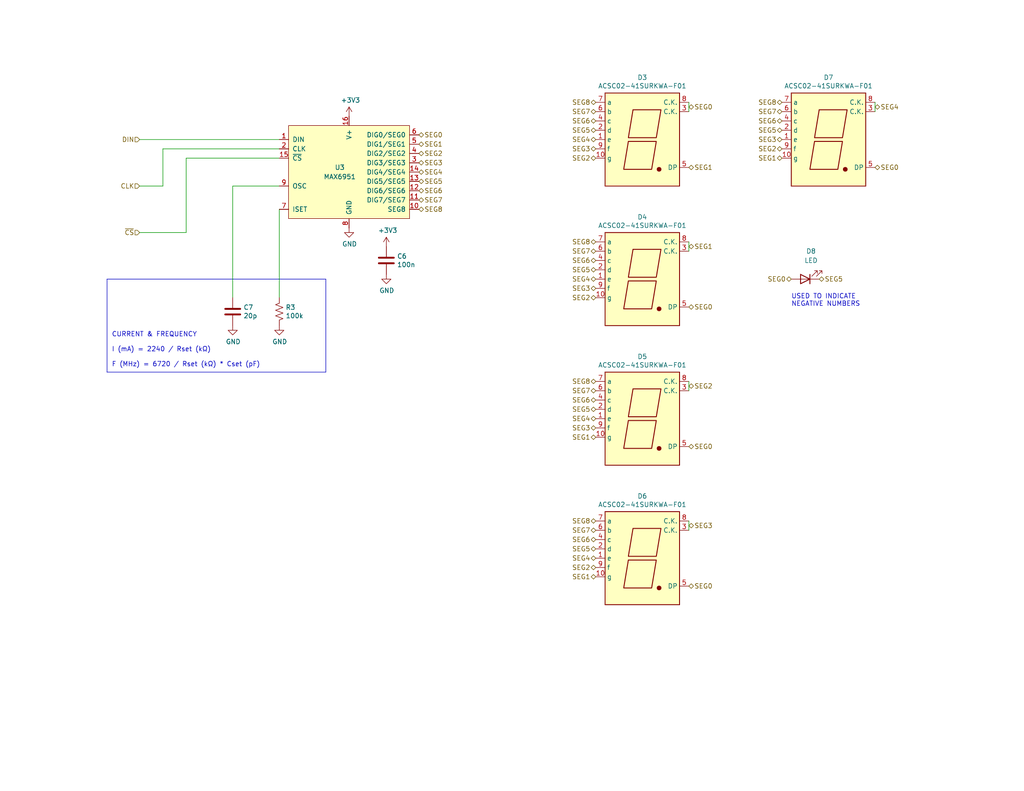
<source format=kicad_sch>
(kicad_sch (version 20231120) (generator "eeschema") (generator_version "8.0")
  (paper "USLetter")
  (title_block (title "MQTT Thermocouple") (date "2021-07-06") (rev "A") (company "University of Wisconsin-Madison") (comment 1 "Department of Chemistry") (comment 2 "Instrument Shop") (comment 3 "Blaise Thompson") (comment 4 "blaise.thompson@wisc.edu"))
  (lib_symbols
    (symbol "ACSC02-41SURKWA-F01:ACSC02-41SURKWA-F01"
      (property "Reference" "D" (at -7.874 13.97 0))
      (property "Value" "ACSC02-41SURKWA-F01" (at 4.064 13.97 0))
      (symbol "ACSC02-41SURKWA-F01_0_1"
        (rectangle (start -10.16 12.7) (end 10.16 -12.7) (stroke (width 0.254)) (fill (type background)))
        (polyline (pts (xy -3.81 -0.508) (xy 3.81 -0.508) (xy 2.54 -8.128) (xy -5.08 -8.128) (xy -3.81 -0.508) (xy -3.81 -0.508)) (stroke (width 0.254)))
        (polyline (pts (xy -2.54 8.128) (xy 5.08 8.128) (xy 3.81 0.508) (xy -3.81 0.508) (xy -2.54 8.128) (xy -2.54 8.128)) (stroke (width 0.254)))
        (circle (center 4.572 -8.128) (radius 0.508) (stroke (width 0.254)) (fill (type outline)))
      )
      (symbol "ACSC02-41SURKWA-F01_1_1"
        (pin passive line (at -12.7 0 0) (length 2.54) (name "e") (number "1"))
        (pin passive line (at -12.7 -5.08 0) (length 2.54) (name "g") (number "10"))
        (pin passive line (at -12.7 2.54 0) (length 2.54) (name "d") (number "2"))
        (pin passive line (at 12.7 7.62 180) (length 2.54) (name "C.K.") (number "3"))
        (pin passive line (at -12.7 5.08 0) (length 2.54) (name "c") (number "4"))
        (pin passive line (at 12.7 -7.62 180) (length 2.54) (name "DP") (number "5"))
        (pin passive line (at -12.7 7.62 0) (length 2.54) (name "b") (number "6"))
        (pin passive line (at -12.7 10.16 0) (length 2.54) (name "a") (number "7"))
        (pin passive line (at 12.7 10.16 180) (length 2.54) (name "C.K.") (number "8"))
        (pin passive line (at -12.7 -2.54 0) (length 2.54) (name "f") (number "9"))
      )
    )
    (symbol "Device:C" (pin_numbers hide) (pin_names (offset 0.254))
      (property "Reference" "C" (at 0.635 2.54 0))
      (property "Value" "C" (at 0.635 -2.54 0))
      (symbol "C_0_1"
        (polyline (pts (xy -2.032 -0.762) (xy 2.032 -0.762)) (stroke (width 0.508)))
        (polyline (pts (xy -2.032 0.762) (xy 2.032 0.762)) (stroke (width 0.508)))
      )
      (symbol "C_1_1"
        (pin passive line (at 0 3.81 270) (length 2.794) (name "~") (number "1"))
        (pin passive line (at 0 -3.81 90) (length 2.794) (name "~") (number "2"))
      )
    )
    (symbol "Device:LED" (pin_numbers hide) (pin_names (offset 1.016) hide)
      (property "Reference" "D" (at 0 2.54 0))
      (property "Value" "LED" (at 0 -2.54 0))
      (symbol "LED_0_1"
        (polyline (pts (xy -1.27 -1.27) (xy -1.27 1.27)) (stroke (width 0.254)))
        (polyline (pts (xy -1.27 0) (xy 1.27 0)))
        (polyline (pts (xy 1.27 -1.27) (xy 1.27 1.27) (xy -1.27 0) (xy 1.27 -1.27)) (stroke (width 0.254)))
        (polyline (pts (xy -3.048 -0.762) (xy -4.572 -2.286) (xy -3.81 -2.286) (xy -4.572 -2.286) (xy -4.572 -1.524)))
        (polyline (pts (xy -1.778 -0.762) (xy -3.302 -2.286) (xy -2.54 -2.286) (xy -3.302 -2.286) (xy -3.302 -1.524)))
      )
      (symbol "LED_1_1"
        (pin passive line (at -3.81 0 0) (length 2.54) (name "K") (number "1"))
        (pin passive line (at 3.81 0 180) (length 2.54) (name "A") (number "2"))
      )
    )
    (symbol "Device:R_US" (pin_numbers hide) (pin_names (offset 0))
      (property "Reference" "R" (at 2.54 0 90))
      (property "Value" "R_US" (at -2.54 0 90))
      (symbol "R_US_0_1"
        (polyline (pts (xy 0 -2.286) (xy 0 -2.54)))
        (polyline (pts (xy 0 2.286) (xy 0 2.54)))
        (polyline (pts (xy 0 -0.762) (xy 1.016 -1.143) (xy 0 -1.524) (xy -1.016 -1.905) (xy 0 -2.286)))
        (polyline (pts (xy 0 0.762) (xy 1.016 0.381) (xy 0 0) (xy -1.016 -0.381) (xy 0 -0.762)))
        (polyline (pts (xy 0 2.286) (xy 1.016 1.905) (xy 0 1.524) (xy -1.016 1.143) (xy 0 0.762)))
      )
      (symbol "R_US_1_1"
        (pin passive line (at 0 3.81 270) (length 1.27) (name "~") (number "1"))
        (pin passive line (at 0 -3.81 90) (length 1.27) (name "~") (number "2"))
      )
    )
    (symbol "MAX6951:MAX6951" (pin_names (offset 1.016))
      (property "Reference" "U" (at 0 2.54 0))
      (property "Value" "MAX6951" (at 0 0 0))
      (symbol "MAX6951_0_1"
        (rectangle (start 16.51 12.7) (end -16.51 -12.7) (fill (type background)))
      )
      (symbol "MAX6951_1_1"
        (pin passive line (at -19.05 8.89 0) (length 2.54) (name "DIN") (number "1"))
        (pin passive line (at 19.05 -10.16 180) (length 2.54) (name "SEG8") (number "10"))
        (pin passive line (at 19.05 -7.62 180) (length 2.54) (name "DIG7/SEG7") (number "11"))
        (pin passive line (at 19.05 -5.08 180) (length 2.54) (name "DIG6/SEG6") (number "12"))
        (pin passive line (at 19.05 -2.54 180) (length 2.54) (name "DIG5/SEG5") (number "13"))
        (pin passive line (at 19.05 0 180) (length 2.54) (name "DIG4/SEG4") (number "14"))
        (pin passive line (at -19.05 3.81 0) (length 2.54) (name "~{CS}") (number "15"))
        (pin power_in line (at 0 15.24 270) (length 2.54) (name "V+") (number "16"))
        (pin passive line (at -19.05 6.35 0) (length 2.54) (name "CLK") (number "2"))
        (pin passive line (at 19.05 2.54 180) (length 2.54) (name "DIG3/SEG3") (number "3"))
        (pin passive line (at 19.05 5.08 180) (length 2.54) (name "DIG2/SEG2") (number "4"))
        (pin passive line (at 19.05 7.62 180) (length 2.54) (name "DIG1/SEG1") (number "5"))
        (pin passive line (at 19.05 10.16 180) (length 2.54) (name "DIG0/SEG0") (number "6"))
        (pin passive line (at -19.05 -10.16 0) (length 2.54) (name "ISET") (number "7"))
        (pin power_in line (at 0 -15.24 90) (length 2.54) (name "GND") (number "8"))
        (pin passive line (at -19.05 -3.81 0) (length 2.54) (name "OSC") (number "9"))
      )
    )
    (symbol "power:+3.3V" (power) (pin_names (offset 0))
      (property "Value" "+3.3V" (at 0 3.556 0))
      (symbol "+3.3V_0_1"
        (polyline (pts (xy -0.762 1.27) (xy 0 2.54)))
        (polyline (pts (xy 0 0) (xy 0 2.54)))
        (polyline (pts (xy 0 2.54) (xy 0.762 1.27)))
      )
      (symbol "+3.3V_1_1"
        (pin power_in line (at 0 0 90) (length 0) hide (name "+3V3") (number "1"))
      )
    )
    (symbol "power:GND" (power) (pin_names (offset 0))
      (property "Value" "GND" (at 0 -3.81 0))
      (symbol "GND_0_1"
        (polyline (pts (xy 0 0) (xy 0 -1.27) (xy 1.27 -1.27) (xy 0 -2.54) (xy -1.27 -1.27) (xy 0 -1.27)))
      )
      (symbol "GND_1_1"
        (pin power_in line (at 0 0 270) (length 0) hide (name "GND") (number "1"))
      )
    )
  )
  (wire (pts (xy 63.5 81.28) (xy 63.5 50.8)))
  (polyline (pts (xy 88.9 76.2) (xy 88.9 101.6)))
  (polyline (pts (xy 29.21 76.2) (xy 88.9 76.2)))
  (wire (pts (xy 76.2 57.15) (xy 76.2 81.28)))
  (wire (pts (xy 50.8 43.18) (xy 76.2 43.18)))
  (wire (pts (xy 187.96 104.14) (xy 187.96 106.68)))
  (wire (pts (xy 238.76 27.94) (xy 238.76 30.48)))
  (polyline (pts (xy 88.9 101.6) (xy 29.21 101.6)))
  (wire (pts (xy 44.45 50.8) (xy 38.1 50.8)))
  (wire (pts (xy 76.2 38.1) (xy 38.1 38.1)))
  (polyline (pts (xy 29.21 101.6) (xy 29.21 76.2)))
  (wire (pts (xy 50.8 63.5) (xy 50.8 43.18)))
  (wire (pts (xy 187.96 27.94) (xy 187.96 30.48)))
  (wire (pts (xy 187.96 142.24) (xy 187.96 144.78)))
  (wire (pts (xy 187.96 66.04) (xy 187.96 68.58)))
  (wire (pts (xy 76.2 40.64) (xy 44.45 40.64)))
  (wire (pts (xy 63.5 50.8) (xy 76.2 50.8)))
  (wire (pts (xy 38.1 63.5) (xy 50.8 63.5)))
  (wire (pts (xy 44.45 40.64) (xy 44.45 50.8)))
  (text "USED TO INDICATE\nNEGATIVE NUMBERS" (at 215.9 83.82 0) (effects (font (size 1.27 1.27)) (justify left bottom)))
  (text "CURRENT & FREQUENCY\n\nI (mA) = 2240 / Rset (kΩ)\n\nF (MHz) = 6720 / Rset (kΩ) * Cset (pF)" (at 30.48 100.33 0) (effects (font (size 1.27 1.27)) (justify left bottom)))
  (hierarchical_label "SEG2" (shape bidirectional) (at 213.36 40.64 180))
  (hierarchical_label "SEG8" (shape bidirectional) (at 162.56 142.24 180))
  (hierarchical_label "SEG4" (shape bidirectional) (at 162.56 38.1 180))
  (hierarchical_label "SEG5" (shape bidirectional) (at 162.56 73.66 180))
  (hierarchical_label "SEG4" (shape bidirectional) (at 162.56 114.3 180))
  (hierarchical_label "SEG5" (shape bidirectional) (at 213.36 35.56 180))
  (hierarchical_label "SEG3" (shape bidirectional) (at 187.96 143.51 0))
  (hierarchical_label "SEG1" (shape bidirectional) (at 162.56 157.48 180))
  (hierarchical_label "SEG2" (shape bidirectional) (at 114.3 41.91 0))
  (hierarchical_label "SEG1" (shape bidirectional) (at 162.56 119.38 180))
  (hierarchical_label "SEG2" (shape bidirectional) (at 187.96 105.41 0))
  (hierarchical_label "~{CS}" (shape input) (at 38.1 63.5 180))
  (hierarchical_label "SEG2" (shape bidirectional) (at 162.56 43.18 180))
  (hierarchical_label "SEG7" (shape bidirectional) (at 162.56 106.68 180))
  (hierarchical_label "SEG8" (shape bidirectional) (at 213.36 27.94 180))
  (hierarchical_label "SEG3" (shape bidirectional) (at 114.3 44.45 0))
  (hierarchical_label "SEG1" (shape bidirectional) (at 114.3 39.37 0))
  (hierarchical_label "SEG5" (shape bidirectional) (at 162.56 149.86 180))
  (hierarchical_label "SEG2" (shape bidirectional) (at 162.56 154.94 180))
  (hierarchical_label "SEG6" (shape bidirectional) (at 162.56 71.12 180))
  (hierarchical_label "SEG8" (shape bidirectional) (at 162.56 104.14 180))
  (hierarchical_label "SEG8" (shape bidirectional) (at 114.3 57.15 0))
  (hierarchical_label "SEG6" (shape bidirectional) (at 162.56 109.22 180))
  (hierarchical_label "SEG4" (shape bidirectional) (at 114.3 46.99 0))
  (hierarchical_label "SEG6" (shape bidirectional) (at 213.36 33.02 180))
  (hierarchical_label "SEG3" (shape bidirectional) (at 162.56 78.74 180))
  (hierarchical_label "SEG5" (shape bidirectional) (at 114.3 49.53 0))
  (hierarchical_label "SEG0" (shape bidirectional) (at 114.3 36.83 0))
  (hierarchical_label "SEG6" (shape bidirectional) (at 114.3 52.07 0))
  (hierarchical_label "SEG5" (shape bidirectional) (at 223.52 76.2 0))
  (hierarchical_label "DIN" (shape input) (at 38.1 38.1 180))
  (hierarchical_label "SEG7" (shape bidirectional) (at 162.56 68.58 180))
  (hierarchical_label "SEG1" (shape bidirectional) (at 213.36 43.18 180))
  (hierarchical_label "CLK" (shape input) (at 38.1 50.8 180))
  (hierarchical_label "SEG3" (shape bidirectional) (at 162.56 40.64 180))
  (hierarchical_label "SEG0" (shape bidirectional) (at 187.96 29.21 0))
  (hierarchical_label "SEG4" (shape bidirectional) (at 238.76 29.21 0))
  (hierarchical_label "SEG0" (shape bidirectional) (at 238.76 45.72 0))
  (hierarchical_label "SEG6" (shape bidirectional) (at 162.56 147.32 180))
  (hierarchical_label "SEG7" (shape bidirectional) (at 213.36 30.48 180))
  (hierarchical_label "SEG5" (shape bidirectional) (at 162.56 35.56 180))
  (hierarchical_label "SEG8" (shape bidirectional) (at 162.56 66.04 180))
  (hierarchical_label "SEG7" (shape bidirectional) (at 162.56 144.78 180))
  (hierarchical_label "SEG3" (shape bidirectional) (at 162.56 116.84 180))
  (hierarchical_label "SEG0" (shape bidirectional) (at 187.96 121.92 0))
  (hierarchical_label "SEG1" (shape bidirectional) (at 187.96 45.72 0))
  (hierarchical_label "SEG3" (shape bidirectional) (at 213.36 38.1 180))
  (hierarchical_label "SEG8" (shape bidirectional) (at 162.56 27.94 180))
  (hierarchical_label "SEG0" (shape bidirectional) (at 187.96 160.02 0))
  (hierarchical_label "SEG7" (shape bidirectional) (at 114.3 54.61 0))
  (hierarchical_label "SEG4" (shape bidirectional) (at 162.56 152.4 180))
  (hierarchical_label "SEG4" (shape bidirectional) (at 162.56 76.2 180))
  (hierarchical_label "SEG6" (shape bidirectional) (at 162.56 33.02 180))
  (hierarchical_label "SEG1" (shape bidirectional) (at 187.96 67.31 0))
  (hierarchical_label "SEG5" (shape bidirectional) (at 162.56 111.76 180))
  (hierarchical_label "SEG0" (shape bidirectional) (at 215.9 76.2 180))
  (hierarchical_label "SEG7" (shape bidirectional) (at 162.56 30.48 180))
  (hierarchical_label "SEG0" (shape bidirectional) (at 187.96 83.82 0))
  (hierarchical_label "SEG2" (shape bidirectional) (at 162.56 81.28 180))
  (symbol (lib_id "MAX6951:MAX6951") (at 95.25 46.99 0) (unit 1)
    (property "Reference" "U3" (at 92.71 45.72 0))
    (property "Value" "MAX6951" (at 92.71 48.26 0))
    (property "Footprint" "Package_SO:QSOP-16_3.9x4.9mm_P0.635mm" (effects (hide yes)))
  )
  (symbol (lib_id "ACSC02-41SURKWA-F01:ACSC02-41SURKWA-F01") (at 175.26 38.1 0) (unit 1)
    (property "Reference" "D3" (at 175.26 21.1582 0))
    (property "Value" "ACSC02-41SURKWA-F01" (at 175.26 23.4696 0))
    (property "Footprint" "footprints:ACSC02-41SURKWA-F01" (effects (hide yes)))
  )
  (symbol (lib_id "ACSC02-41SURKWA-F01:ACSC02-41SURKWA-F01") (at 175.26 76.2 0) (unit 1)
    (property "Reference" "D4" (at 175.26 59.2582 0))
    (property "Value" "ACSC02-41SURKWA-F01" (at 175.26 61.5696 0))
    (property "Footprint" "footprints:ACSC02-41SURKWA-F01" (effects (hide yes)))
  )
  (symbol (lib_id "ACSC02-41SURKWA-F01:ACSC02-41SURKWA-F01") (at 175.26 114.3 0) (unit 1)
    (property "Reference" "D5" (at 175.26 97.3582 0))
    (property "Value" "ACSC02-41SURKWA-F01" (at 175.26 99.6696 0))
    (property "Footprint" "footprints:ACSC02-41SURKWA-F01" (effects (hide yes)))
  )
  (symbol (lib_id "ACSC02-41SURKWA-F01:ACSC02-41SURKWA-F01") (at 175.26 152.4 0) (unit 1)
    (property "Reference" "D6" (at 175.26 135.4582 0))
    (property "Value" "ACSC02-41SURKWA-F01" (at 175.26 137.7696 0))
    (property "Footprint" "footprints:ACSC02-41SURKWA-F01" (effects (hide yes)))
  )
  (symbol (lib_id "power:GND") (at 95.25 62.23 0) (unit 1)
    (property "Reference" "#PWR0108" (effects (hide yes)))
    (property "Value" "GND" (at 95.377 66.6242 0))
  )
  (symbol (lib_id "Device:R_US") (at 76.2 85.09 0) (mirror y) (unit 1)
    (property "Reference" "R3" (at 77.9272 83.9216 0) (effects (justify right)))
    (property "Value" "100k" (at 77.9272 86.233 0) (effects (justify right)))
    (property "Footprint" "Resistor_SMD:R_1206_3216Metric_Pad1.30x1.75mm_HandSolder" (effects (hide yes)))
  )
  (symbol (lib_id "power:GND") (at 76.2 88.9 0) (unit 1)
    (property "Reference" "#PWR0116" (effects (hide yes)))
    (property "Value" "GND" (at 76.327 93.2942 0))
  )
  (symbol (lib_id "Device:C") (at 63.5 85.09 0) (unit 1)
    (property "Reference" "C7" (at 66.421 83.9216 0) (effects (justify left)))
    (property "Value" "20p" (at 66.421 86.233 0) (effects (justify left)))
    (property "Footprint" "Capacitor_SMD:C_1206_3216Metric_Pad1.33x1.80mm_HandSolder" (effects (hide yes)))
  )
  (symbol (lib_id "power:GND") (at 63.5 88.9 0) (unit 1)
    (property "Reference" "#PWR0117" (effects (hide yes)))
    (property "Value" "GND" (at 63.627 93.2942 0))
  )
  (symbol (lib_id "Device:C") (at 105.41 71.12 0) (unit 1)
    (property "Reference" "C6" (at 108.331 69.9516 0) (effects (justify left)))
    (property "Value" "100n" (at 108.331 72.263 0) (effects (justify left)))
    (property "Footprint" "Capacitor_SMD:C_1206_3216Metric_Pad1.33x1.80mm_HandSolder" (effects (hide yes)))
  )
  (symbol (lib_id "power:GND") (at 105.41 74.93 0) (unit 1)
    (property "Reference" "#PWR0118" (effects (hide yes)))
    (property "Value" "GND" (at 105.537 79.3242 0))
  )
  (symbol (lib_id "power:+3.3V") (at 95.25 31.75 0) (unit 1)
    (property "Reference" "#PWR0119" (effects (hide yes)))
    (property "Value" "+3V3" (at 95.631 27.3558 0))
  )
  (symbol (lib_id "power:+3.3V") (at 105.41 67.31 0) (unit 1)
    (property "Reference" "#PWR0120" (effects (hide yes)))
    (property "Value" "+3V3" (at 105.791 62.9158 0))
  )
  (symbol (lib_id "Device:LED") (at 219.71 76.2 180) (unit 1)
    (property "Reference" "D8" (at 221.2975 68.58 0))
    (property "Value" "LED" (at 221.2975 71.12 0))
    (property "Footprint" "LED_SMD:LED_1206_3216Metric_Pad1.42x1.75mm_HandSolder" (effects (hide yes)))
  )
  (symbol (lib_id "ACSC02-41SURKWA-F01:ACSC02-41SURKWA-F01") (at 226.06 38.1 0) (unit 1)
    (property "Reference" "D7" (at 226.06 21.1582 0))
    (property "Value" "ACSC02-41SURKWA-F01" (at 226.06 23.4696 0))
    (property "Footprint" "footprints:ACSC02-41SURKWA-F01" (effects (hide yes)))
  )
)
</source>
